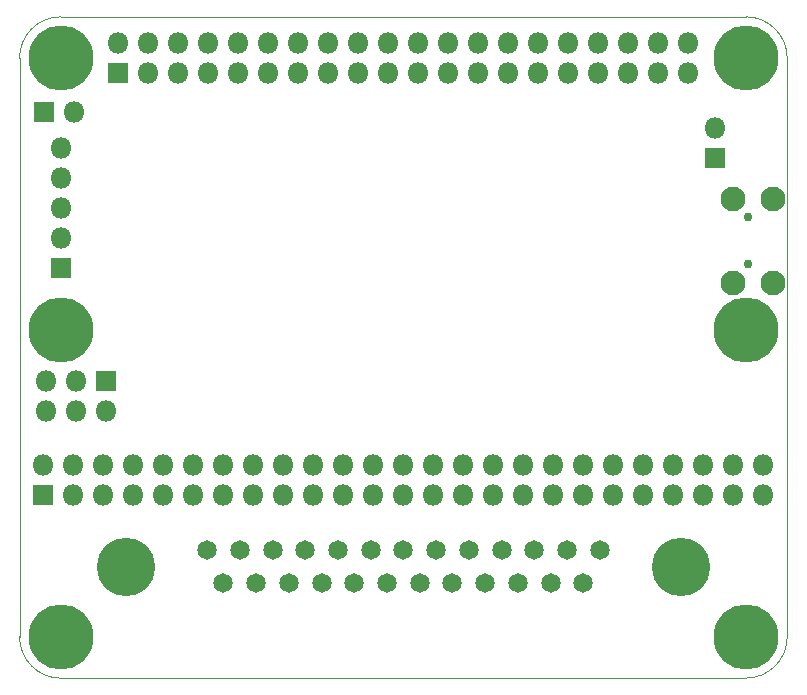
<source format=gbr>
%TF.GenerationSoftware,KiCad,Pcbnew,(5.1.4)-1*%
%TF.CreationDate,2020-08-22T19:54:55-05:00*%
%TF.ProjectId,rascsi_2p2,72617363-7369-45f3-9270-322e6b696361,rev?*%
%TF.SameCoordinates,PX59d60c0PY325aa00*%
%TF.FileFunction,Soldermask,Bot*%
%TF.FilePolarity,Negative*%
%FSLAX46Y46*%
G04 Gerber Fmt 4.6, Leading zero omitted, Abs format (unit mm)*
G04 Created by KiCad (PCBNEW (5.1.4)-1) date 2020-08-22 19:54:55*
%MOMM*%
%LPD*%
G04 APERTURE LIST*
%ADD10C,0.050000*%
%ADD11C,4.945000*%
%ADD12C,1.645000*%
%ADD13C,0.750000*%
%ADD14C,2.100000*%
%ADD15O,1.800000X1.800000*%
%ADD16R,1.800000X1.800000*%
%ADD17C,0.900000*%
%ADD18C,5.500000*%
G04 APERTURE END LIST*
D10*
X83800000Y-45696000D02*
X141800000Y-45696000D01*
X83800000Y-45696000D02*
G75*
G02X80300000Y-42196000I0J3500000D01*
G01*
X145300000Y-42196000D02*
G75*
G02X141800000Y-45696000I-3500000J0D01*
G01*
X80300000Y6800000D02*
X80300000Y-42196000D01*
X145300000Y6800000D02*
X145300000Y-42196000D01*
X83800000Y10300000D02*
X141800000Y10300000D01*
X80300000Y6800000D02*
G75*
G02X83800000Y10300000I3500000J0D01*
G01*
X141800000Y10300000D02*
G75*
G02X145300000Y6800000I0J-3500000D01*
G01*
D11*
%TO.C,J6*%
X89281600Y-36250000D03*
X136321600Y-36250000D03*
D12*
X97566600Y-37670000D03*
X100336600Y-37670000D03*
X103106600Y-37670000D03*
X105876600Y-37670000D03*
X108646600Y-37670000D03*
X111416600Y-37670000D03*
X114186600Y-37670000D03*
X116956600Y-37670000D03*
X119726600Y-37670000D03*
X122496600Y-37670000D03*
X125266600Y-37670000D03*
X128036600Y-37670000D03*
X96181600Y-34830000D03*
X98951600Y-34830000D03*
X101721600Y-34830000D03*
X104491600Y-34830000D03*
X107261600Y-34830000D03*
X110031600Y-34830000D03*
X112801600Y-34830000D03*
X115571600Y-34830000D03*
X118341600Y-34830000D03*
X121111600Y-34830000D03*
X123881600Y-34830000D03*
X126651600Y-34830000D03*
X129421600Y-34830000D03*
%TD*%
D13*
%TO.C,J8*%
X141998000Y-6668000D03*
X141998000Y-10668000D03*
D14*
X140678000Y-12243000D03*
X140678000Y-5093000D03*
X144128000Y-5093000D03*
X144128000Y-12243000D03*
%TD*%
D15*
%TO.C,J2*%
X139226000Y857000D03*
D16*
X139226000Y-1683000D03*
%TD*%
D15*
%TO.C,J7*%
X84920000Y2280000D03*
D16*
X82380000Y2280000D03*
%TD*%
D15*
%TO.C,J5*%
X82560000Y-23110000D03*
X82560000Y-20570000D03*
X85100000Y-23110000D03*
X85100000Y-20570000D03*
X87640000Y-23110000D03*
D16*
X87640000Y-20570000D03*
%TD*%
D15*
%TO.C,J3*%
X143226500Y-27654500D03*
X143226500Y-30194500D03*
X140686500Y-27654500D03*
X140686500Y-30194500D03*
X138146500Y-27654500D03*
X138146500Y-30194500D03*
X135606500Y-27654500D03*
X135606500Y-30194500D03*
X133066500Y-27654500D03*
X133066500Y-30194500D03*
X130526500Y-27654500D03*
X130526500Y-30194500D03*
X127986500Y-27654500D03*
X127986500Y-30194500D03*
X125446500Y-27654500D03*
X125446500Y-30194500D03*
X122906500Y-27654500D03*
X122906500Y-30194500D03*
X120366500Y-27654500D03*
X120366500Y-30194500D03*
X117826500Y-27654500D03*
X117826500Y-30194500D03*
X115286500Y-27654500D03*
X115286500Y-30194500D03*
X112746500Y-27654500D03*
X112746500Y-30194500D03*
X110206500Y-27654500D03*
X110206500Y-30194500D03*
X107666500Y-27654500D03*
X107666500Y-30194500D03*
X105126500Y-27654500D03*
X105126500Y-30194500D03*
X102586500Y-27654500D03*
X102586500Y-30194500D03*
X100046500Y-27654500D03*
X100046500Y-30194500D03*
X97506500Y-27654500D03*
X97506500Y-30194500D03*
X94966500Y-27654500D03*
X94966500Y-30194500D03*
X92426500Y-27654500D03*
X92426500Y-30194500D03*
X89886500Y-27654500D03*
X89886500Y-30194500D03*
X87346500Y-27654500D03*
X87346500Y-30194500D03*
X84806500Y-27654500D03*
X84806500Y-30194500D03*
X82266500Y-27654500D03*
D16*
X82266500Y-30194500D03*
%TD*%
D15*
%TO.C,J1*%
X136930000Y8070000D03*
X136930000Y5530000D03*
X134390000Y8070000D03*
X134390000Y5530000D03*
X131850000Y8070000D03*
X131850000Y5530000D03*
X129310000Y8070000D03*
X129310000Y5530000D03*
X126770000Y8070000D03*
X126770000Y5530000D03*
X124230000Y8070000D03*
X124230000Y5530000D03*
X121690000Y8070000D03*
X121690000Y5530000D03*
X119150000Y8070000D03*
X119150000Y5530000D03*
X116610000Y8070000D03*
X116610000Y5530000D03*
X114070000Y8070000D03*
X114070000Y5530000D03*
X111530000Y8070000D03*
X111530000Y5530000D03*
X108990000Y8070000D03*
X108990000Y5530000D03*
X106450000Y8070000D03*
X106450000Y5530000D03*
X103910000Y8070000D03*
X103910000Y5530000D03*
X101370000Y8070000D03*
X101370000Y5530000D03*
X98830000Y8070000D03*
X98830000Y5530000D03*
X96290000Y8070000D03*
X96290000Y5530000D03*
X93750000Y8070000D03*
X93750000Y5530000D03*
X91210000Y8070000D03*
X91210000Y5530000D03*
X88670000Y8070000D03*
D16*
X88670000Y5530000D03*
%TD*%
D17*
%TO.C,H2*%
X143231891Y8231891D03*
X141800000Y8825000D03*
X140368109Y8231891D03*
X139775000Y6800000D03*
X140368109Y5368109D03*
X141800000Y4775000D03*
X143231891Y5368109D03*
X143825000Y6800000D03*
D18*
X141800000Y6800000D03*
%TD*%
D17*
%TO.C,H1*%
X85231891Y8231891D03*
X83800000Y8825000D03*
X82368109Y8231891D03*
X81775000Y6800000D03*
X82368109Y5368109D03*
X83800000Y4775000D03*
X85231891Y5368109D03*
X85825000Y6800000D03*
D18*
X83800000Y6800000D03*
%TD*%
D15*
%TO.C,J4*%
X83810000Y-820000D03*
X83810000Y-3360000D03*
X83810000Y-5900000D03*
X83810000Y-8440000D03*
D16*
X83810000Y-10980000D03*
%TD*%
D17*
%TO.C,H6*%
X143231891Y-40768109D03*
X141800000Y-40175000D03*
X140368109Y-40768109D03*
X139775000Y-42200000D03*
X140368109Y-43631891D03*
X141800000Y-44225000D03*
X143231891Y-43631891D03*
X143825000Y-42200000D03*
D18*
X141800000Y-42200000D03*
%TD*%
D17*
%TO.C,H5*%
X85231891Y-40768109D03*
X83800000Y-40175000D03*
X82368109Y-40768109D03*
X81775000Y-42200000D03*
X82368109Y-43631891D03*
X83800000Y-44225000D03*
X85231891Y-43631891D03*
X85825000Y-42200000D03*
D18*
X83800000Y-42200000D03*
%TD*%
D17*
%TO.C,H4*%
X143231891Y-14768109D03*
X141800000Y-14175000D03*
X140368109Y-14768109D03*
X139775000Y-16200000D03*
X140368109Y-17631891D03*
X141800000Y-18225000D03*
X143231891Y-17631891D03*
X143825000Y-16200000D03*
D18*
X141800000Y-16200000D03*
%TD*%
D17*
%TO.C,H3*%
X85231891Y-14768109D03*
X83800000Y-14175000D03*
X82368109Y-14768109D03*
X81775000Y-16200000D03*
X82368109Y-17631891D03*
X83800000Y-18225000D03*
X85231891Y-17631891D03*
X85825000Y-16200000D03*
D18*
X83800000Y-16200000D03*
%TD*%
M02*

</source>
